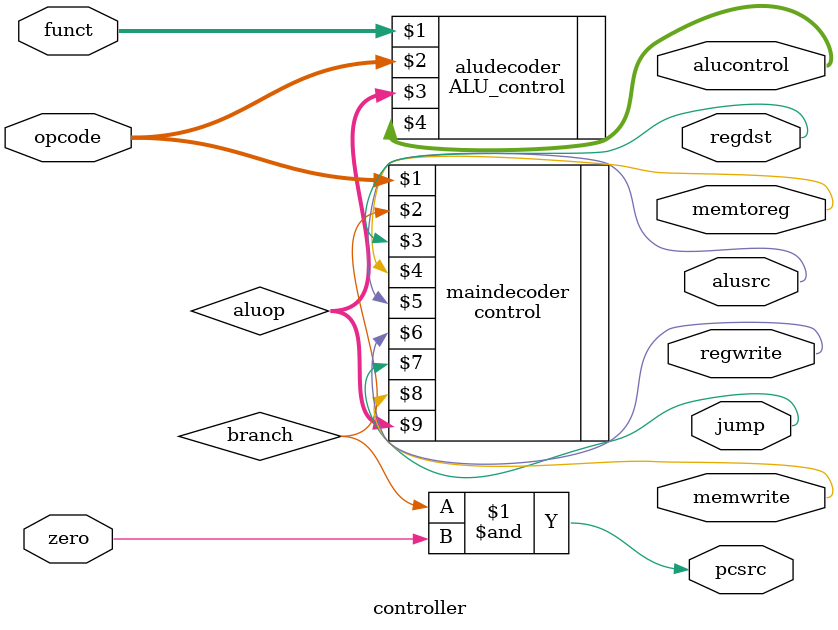
<source format=v>
module controller(
  input [5:0] funct, 
  input [5:0] opcode,
  input zero,
  output [3:0] alucontrol,
  output pcsrc, regdst, 
  output memtoreg, alusrc,
  output regwrite, memwrite, jump
);
  wire branch;
  wire [1:0] aluop;

  assign pcsrc = branch & zero;

  control maindecoder(opcode, branch, regdst, memtoreg, alusrc, regwrite, jump, memwrite, aluop);

  ALU_control aludecoder(funct, opcode, aluop, alucontrol);


endmodule





</source>
